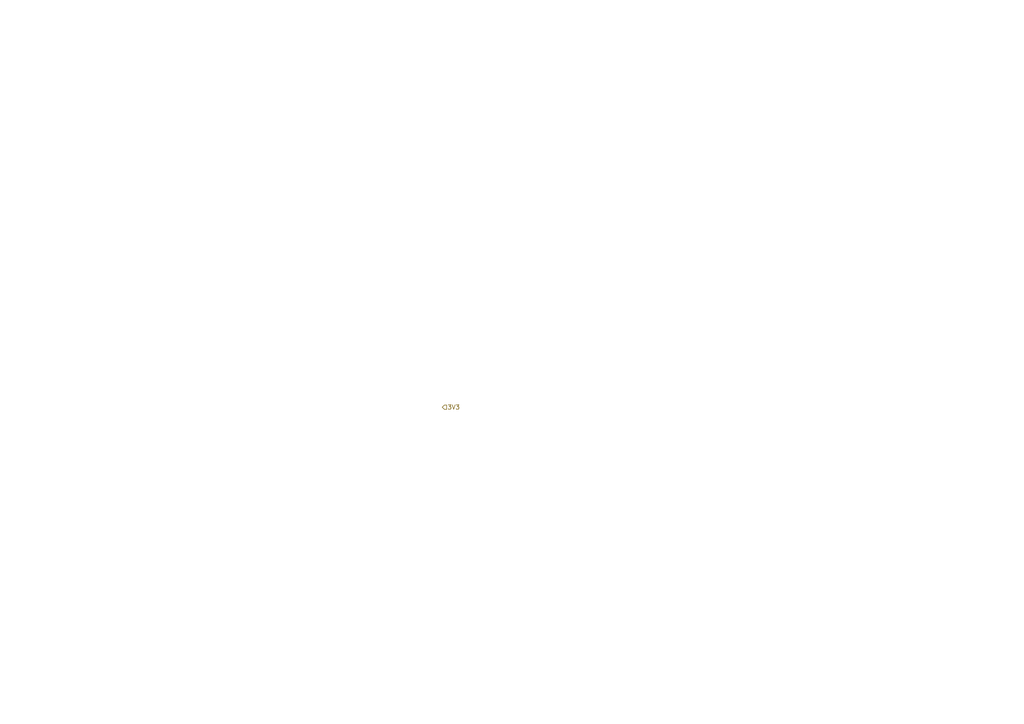
<source format=kicad_sch>
(kicad_sch
	(version 20231120)
	(generator "eeschema")
	(generator_version "8.0")
	(uuid "253b7cf9-00f2-422b-9308-0f0da7ab1a3a")
	(paper "A4")
	(lib_symbols)
	(hierarchical_label "3V3"
		(shape input)
		(at 128.27 118.11 0)
		(fields_autoplaced yes)
		(effects
			(font
				(size 1.27 1.27)
			)
			(justify left)
		)
		(uuid "2fe7a5b3-93f2-4792-8371-62c987fc7eb2")
	)
)

</source>
